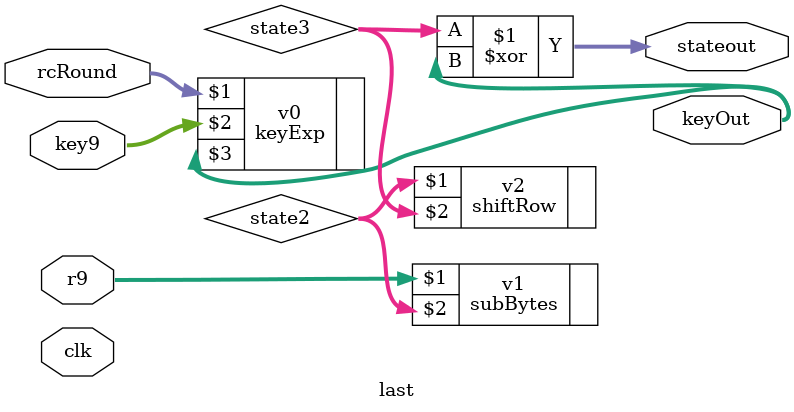
<source format=v>
/*************************************************************************** 
 ***                                                                     *** 
 *** EE 526 L Project                   Avinash Damse, Spring, 2023      *** 
 ***                                                                     *** 
 *** AES Encryption Decryption                                           *** 
 ***                                                                     *** 
 *************************************************************************** 
 ***  Filename: lastrounds.v   Created by Avinash Damse,   2nd May 2023  *** 
 ***     								         					 	 *** 
 ***************************************************************************/ 


`timescale 1ns / 1ps
module last(clk,rcRound,r9,key9,keyOut,stateout);
input clk;
input [3:0] rcRound;
input [127:0] r9;
input [127:0] key9;
output [127:0] keyOut;
output [127:0] stateout;




wire [127:0] state2,state3;

//10th round(no mixcolumns)
keyExp v0(rcRound, key9, keyOut);
subBytes v1(r9,state2);
shiftRow v2(state2,state3);

assign stateout = state3^keyOut;

endmodule

</source>
